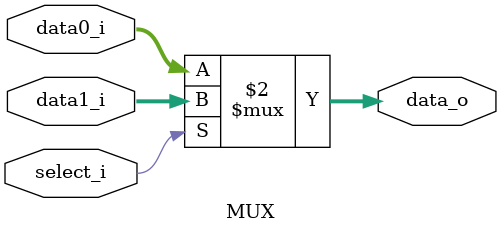
<source format=v>
module MUX( data0_i, data1_i, select_i, data_o );
    parameter size = 0;
    input  [ size-1 : 0 ] data0_i;
    input  [ size-1 : 0 ] data1_i;
    input                 select_i;
    output [ size-1 : 0 ] data_o;
    wire   [ size-1 : 0 ] data_o;
    assign data_o = ( select_i == 1 )? data1_i : data0_i;
endmodule
</source>
